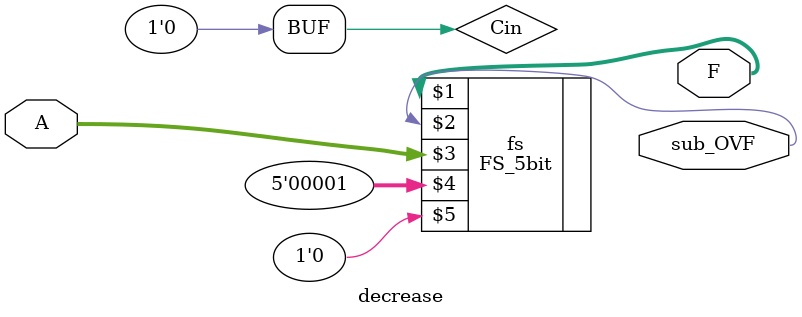
<source format=v>
module decrease(F,sub_OVF,A);

supply0  Cin;
input [4:0] A;


output [4:0] F;
output  sub_OVF;
//module FA_16bit(S,add_OVF,A,B,Cin);
FS_5bit fs (F[4:0],sub_OVF,A[4:0],5'b1,Cin);
endmodule
</source>
